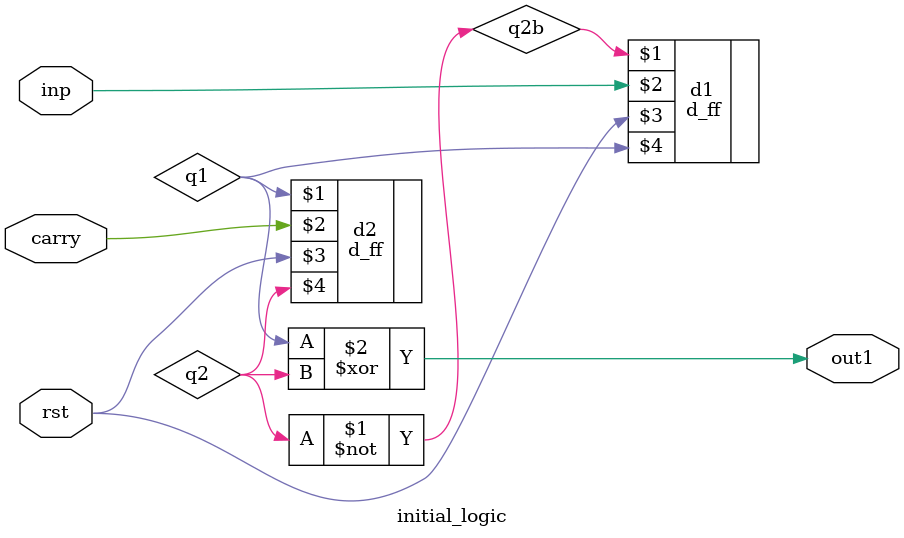
<source format=v>
`timescale 1us / 1ns

module initial_logic (
    inp,
    rst,
    carry,
    out1
);

input inp;
input rst;
input carry;
output out1;

wire inp;
wire rst;
wire carry;
wire out1;

wire q1;
wire q2;
wire q2b;

assign q2b = ~q2;
assign out1 = q1 ^ q2;

d_ff d1(q2b,inp,rst,q1);
d_ff d2(q1,carry,rst,q2);

endmodule
</source>
